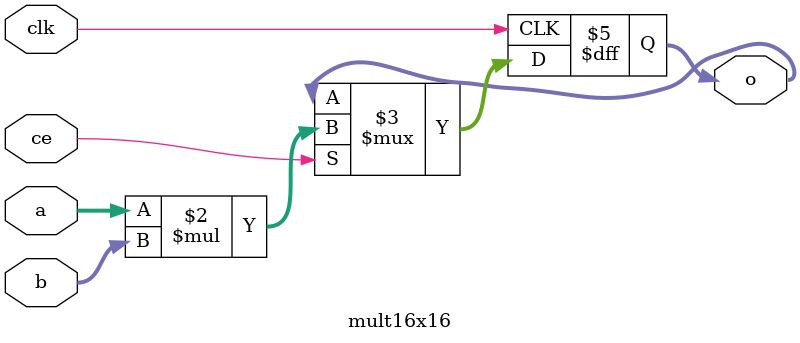
<source format=sv>

module mult16x16(clk, ce, a, b, o);
input clk;
input ce;
input [15:0] a;
input [15:0] b;
output reg [31:0] o;

always @(posedge clk)
  if (ce) o <= a * b;
  
endmodule

</source>
